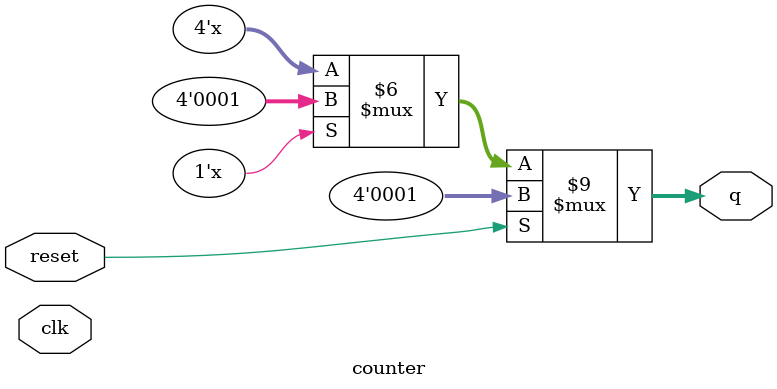
<source format=v>
module counter( 
    input clk,
    input reset,
    output reg [3:0] q
); 
// update q on the positive edge of the clock according to the following cases:
// on reset, assign q to 1
// else if q is 12, assign q to 1
// else, increment q by 1 
initial begin 
    q <= 1;
    if (reset == 1) begin
        q <= 1;
    end else if (q == 12) begin
        q <= 1;
    end else begin
        q <= q + 1;
end
end
endmodule

</source>
